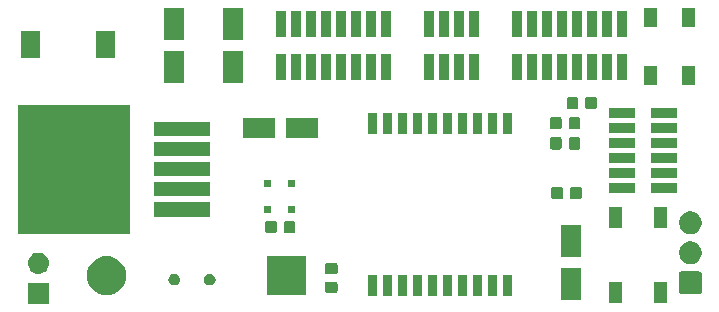
<source format=gbr>
G04 #@! TF.GenerationSoftware,KiCad,Pcbnew,5.1.0*
G04 #@! TF.CreationDate,2019-04-01T22:05:57-06:00*
G04 #@! TF.ProjectId,minisumo-FreeRTOS,6d696e69-7375-46d6-9f2d-467265655254,rev?*
G04 #@! TF.SameCoordinates,Original*
G04 #@! TF.FileFunction,Soldermask,Top*
G04 #@! TF.FilePolarity,Negative*
%FSLAX46Y46*%
G04 Gerber Fmt 4.6, Leading zero omitted, Abs format (unit mm)*
G04 Created by KiCad (PCBNEW 5.1.0) date 2019-04-01 22:05:57*
%MOMM*%
%LPD*%
G04 APERTURE LIST*
%ADD10C,0.100000*%
G04 APERTURE END LIST*
D10*
G36*
X112901000Y-110401000D02*
G01*
X111099000Y-110401000D01*
X111099000Y-108599000D01*
X112901000Y-108599000D01*
X112901000Y-110401000D01*
X112901000Y-110401000D01*
G37*
G36*
X165251000Y-110301000D02*
G01*
X164149000Y-110301000D01*
X164149000Y-108499000D01*
X165251000Y-108499000D01*
X165251000Y-110301000D01*
X165251000Y-110301000D01*
G37*
G36*
X161451000Y-110301000D02*
G01*
X160349000Y-110301000D01*
X160349000Y-108499000D01*
X161451000Y-108499000D01*
X161451000Y-110301000D01*
X161451000Y-110301000D01*
G37*
G36*
X157951000Y-110051000D02*
G01*
X156249000Y-110051000D01*
X156249000Y-107349000D01*
X157951000Y-107349000D01*
X157951000Y-110051000D01*
X157951000Y-110051000D01*
G37*
G36*
X149576000Y-109751000D02*
G01*
X148774000Y-109751000D01*
X148774000Y-107949000D01*
X149576000Y-107949000D01*
X149576000Y-109751000D01*
X149576000Y-109751000D01*
G37*
G36*
X150846000Y-109751000D02*
G01*
X150044000Y-109751000D01*
X150044000Y-107949000D01*
X150846000Y-107949000D01*
X150846000Y-109751000D01*
X150846000Y-109751000D01*
G37*
G36*
X148306000Y-109751000D02*
G01*
X147504000Y-109751000D01*
X147504000Y-107949000D01*
X148306000Y-107949000D01*
X148306000Y-109751000D01*
X148306000Y-109751000D01*
G37*
G36*
X147036000Y-109751000D02*
G01*
X146234000Y-109751000D01*
X146234000Y-107949000D01*
X147036000Y-107949000D01*
X147036000Y-109751000D01*
X147036000Y-109751000D01*
G37*
G36*
X145766000Y-109751000D02*
G01*
X144964000Y-109751000D01*
X144964000Y-107949000D01*
X145766000Y-107949000D01*
X145766000Y-109751000D01*
X145766000Y-109751000D01*
G37*
G36*
X144496000Y-109751000D02*
G01*
X143694000Y-109751000D01*
X143694000Y-107949000D01*
X144496000Y-107949000D01*
X144496000Y-109751000D01*
X144496000Y-109751000D01*
G37*
G36*
X143226000Y-109751000D02*
G01*
X142424000Y-109751000D01*
X142424000Y-107949000D01*
X143226000Y-107949000D01*
X143226000Y-109751000D01*
X143226000Y-109751000D01*
G37*
G36*
X141956000Y-109751000D02*
G01*
X141154000Y-109751000D01*
X141154000Y-107949000D01*
X141956000Y-107949000D01*
X141956000Y-109751000D01*
X141956000Y-109751000D01*
G37*
G36*
X140686000Y-109751000D02*
G01*
X139884000Y-109751000D01*
X139884000Y-107949000D01*
X140686000Y-107949000D01*
X140686000Y-109751000D01*
X140686000Y-109751000D01*
G37*
G36*
X152116000Y-109751000D02*
G01*
X151314000Y-109751000D01*
X151314000Y-107949000D01*
X152116000Y-107949000D01*
X152116000Y-109751000D01*
X152116000Y-109751000D01*
G37*
G36*
X134651000Y-109651000D02*
G01*
X131349000Y-109651000D01*
X131349000Y-106349000D01*
X134651000Y-106349000D01*
X134651000Y-109651000D01*
X134651000Y-109651000D01*
G37*
G36*
X118083651Y-106372888D02*
G01*
X118394870Y-106467296D01*
X118681680Y-106620599D01*
X118681683Y-106620601D01*
X118681684Y-106620602D01*
X118933082Y-106826918D01*
X119132909Y-107070409D01*
X119139401Y-107078320D01*
X119292704Y-107365130D01*
X119387112Y-107676349D01*
X119418988Y-108000000D01*
X119387112Y-108323651D01*
X119292704Y-108634870D01*
X119139401Y-108921680D01*
X119139399Y-108921683D01*
X119139398Y-108921684D01*
X118933082Y-109173082D01*
X118681684Y-109379398D01*
X118681680Y-109379401D01*
X118394870Y-109532704D01*
X118083651Y-109627112D01*
X117841107Y-109651000D01*
X117678893Y-109651000D01*
X117436349Y-109627112D01*
X117125130Y-109532704D01*
X116838320Y-109379401D01*
X116838316Y-109379398D01*
X116586918Y-109173082D01*
X116380602Y-108921684D01*
X116380601Y-108921683D01*
X116380599Y-108921680D01*
X116227296Y-108634870D01*
X116132888Y-108323651D01*
X116101012Y-108000000D01*
X116132888Y-107676349D01*
X116227296Y-107365130D01*
X116380599Y-107078320D01*
X116387091Y-107070409D01*
X116586918Y-106826918D01*
X116838316Y-106620602D01*
X116838317Y-106620601D01*
X116838320Y-106620599D01*
X117125130Y-106467296D01*
X117436349Y-106372888D01*
X117678893Y-106349000D01*
X117841107Y-106349000D01*
X118083651Y-106372888D01*
X118083651Y-106372888D01*
G37*
G36*
X168010723Y-107652939D02*
G01*
X168043280Y-107662815D01*
X168073276Y-107678848D01*
X168099572Y-107700428D01*
X168121152Y-107726724D01*
X168137185Y-107756720D01*
X168147061Y-107789277D01*
X168151000Y-107829269D01*
X168151000Y-109370731D01*
X168147061Y-109410723D01*
X168137185Y-109443280D01*
X168121152Y-109473276D01*
X168099572Y-109499572D01*
X168073276Y-109521152D01*
X168043280Y-109537185D01*
X168010723Y-109547061D01*
X167970731Y-109551000D01*
X166429269Y-109551000D01*
X166389277Y-109547061D01*
X166356720Y-109537185D01*
X166326724Y-109521152D01*
X166300428Y-109499572D01*
X166278848Y-109473276D01*
X166262815Y-109443280D01*
X166252939Y-109410723D01*
X166249000Y-109370731D01*
X166249000Y-107829269D01*
X166252939Y-107789277D01*
X166262815Y-107756720D01*
X166278848Y-107726724D01*
X166300428Y-107700428D01*
X166326724Y-107678848D01*
X166356720Y-107662815D01*
X166389277Y-107652939D01*
X166429269Y-107649000D01*
X167970731Y-107649000D01*
X168010723Y-107652939D01*
X168010723Y-107652939D01*
G37*
G36*
X137179591Y-108503085D02*
G01*
X137213569Y-108513393D01*
X137244890Y-108530134D01*
X137272339Y-108552661D01*
X137294866Y-108580110D01*
X137311607Y-108611431D01*
X137321915Y-108645409D01*
X137326000Y-108686890D01*
X137326000Y-109288110D01*
X137321915Y-109329591D01*
X137311607Y-109363569D01*
X137294866Y-109394890D01*
X137272339Y-109422339D01*
X137244890Y-109444866D01*
X137213569Y-109461607D01*
X137179591Y-109471915D01*
X137138110Y-109476000D01*
X136461890Y-109476000D01*
X136420409Y-109471915D01*
X136386431Y-109461607D01*
X136355110Y-109444866D01*
X136327661Y-109422339D01*
X136305134Y-109394890D01*
X136288393Y-109363569D01*
X136278085Y-109329591D01*
X136274000Y-109288110D01*
X136274000Y-108686890D01*
X136278085Y-108645409D01*
X136288393Y-108611431D01*
X136305134Y-108580110D01*
X136327661Y-108552661D01*
X136355110Y-108530134D01*
X136386431Y-108513393D01*
X136420409Y-108503085D01*
X136461890Y-108499000D01*
X137138110Y-108499000D01*
X137179591Y-108503085D01*
X137179591Y-108503085D01*
G37*
G36*
X126597740Y-107838626D02*
G01*
X126646136Y-107848253D01*
X126674099Y-107859836D01*
X126737311Y-107886019D01*
X126778062Y-107913248D01*
X126819369Y-107940848D01*
X126889152Y-108010631D01*
X126889153Y-108010633D01*
X126943981Y-108092689D01*
X126981747Y-108183865D01*
X127001000Y-108280655D01*
X127001000Y-108379345D01*
X126981747Y-108476135D01*
X126943981Y-108567311D01*
X126943980Y-108567312D01*
X126889152Y-108649369D01*
X126819369Y-108719152D01*
X126783303Y-108743250D01*
X126737311Y-108773981D01*
X126683902Y-108796104D01*
X126646136Y-108811747D01*
X126597740Y-108821373D01*
X126549345Y-108831000D01*
X126450655Y-108831000D01*
X126402260Y-108821373D01*
X126353864Y-108811747D01*
X126316098Y-108796104D01*
X126262689Y-108773981D01*
X126216697Y-108743250D01*
X126180631Y-108719152D01*
X126110848Y-108649369D01*
X126056020Y-108567312D01*
X126056019Y-108567311D01*
X126018253Y-108476135D01*
X125999000Y-108379345D01*
X125999000Y-108280655D01*
X126018253Y-108183865D01*
X126056019Y-108092689D01*
X126110847Y-108010633D01*
X126110848Y-108010631D01*
X126180631Y-107940848D01*
X126221938Y-107913248D01*
X126262689Y-107886019D01*
X126325901Y-107859836D01*
X126353864Y-107848253D01*
X126402260Y-107838626D01*
X126450655Y-107829000D01*
X126549345Y-107829000D01*
X126597740Y-107838626D01*
X126597740Y-107838626D01*
G37*
G36*
X123597740Y-107838626D02*
G01*
X123646136Y-107848253D01*
X123674099Y-107859836D01*
X123737311Y-107886019D01*
X123778062Y-107913248D01*
X123819369Y-107940848D01*
X123889152Y-108010631D01*
X123889153Y-108010633D01*
X123943981Y-108092689D01*
X123981747Y-108183865D01*
X124001000Y-108280655D01*
X124001000Y-108379345D01*
X123981747Y-108476135D01*
X123943981Y-108567311D01*
X123943980Y-108567312D01*
X123889152Y-108649369D01*
X123819369Y-108719152D01*
X123783303Y-108743250D01*
X123737311Y-108773981D01*
X123683902Y-108796104D01*
X123646136Y-108811747D01*
X123597740Y-108821373D01*
X123549345Y-108831000D01*
X123450655Y-108831000D01*
X123402260Y-108821373D01*
X123353864Y-108811747D01*
X123316098Y-108796104D01*
X123262689Y-108773981D01*
X123216697Y-108743250D01*
X123180631Y-108719152D01*
X123110848Y-108649369D01*
X123056020Y-108567312D01*
X123056019Y-108567311D01*
X123018253Y-108476135D01*
X122999000Y-108379345D01*
X122999000Y-108280655D01*
X123018253Y-108183865D01*
X123056019Y-108092689D01*
X123110847Y-108010633D01*
X123110848Y-108010631D01*
X123180631Y-107940848D01*
X123221938Y-107913248D01*
X123262689Y-107886019D01*
X123325901Y-107859836D01*
X123353864Y-107848253D01*
X123402260Y-107838626D01*
X123450655Y-107829000D01*
X123549345Y-107829000D01*
X123597740Y-107838626D01*
X123597740Y-107838626D01*
G37*
G36*
X137179591Y-106928085D02*
G01*
X137213569Y-106938393D01*
X137244890Y-106955134D01*
X137272339Y-106977661D01*
X137294866Y-107005110D01*
X137311607Y-107036431D01*
X137321915Y-107070409D01*
X137326000Y-107111890D01*
X137326000Y-107713110D01*
X137321915Y-107754591D01*
X137311607Y-107788569D01*
X137294866Y-107819890D01*
X137272339Y-107847339D01*
X137244890Y-107869866D01*
X137213569Y-107886607D01*
X137179591Y-107896915D01*
X137138110Y-107901000D01*
X136461890Y-107901000D01*
X136420409Y-107896915D01*
X136386431Y-107886607D01*
X136355110Y-107869866D01*
X136327661Y-107847339D01*
X136305134Y-107819890D01*
X136288393Y-107788569D01*
X136278085Y-107754591D01*
X136274000Y-107713110D01*
X136274000Y-107111890D01*
X136278085Y-107070409D01*
X136288393Y-107036431D01*
X136305134Y-107005110D01*
X136327661Y-106977661D01*
X136355110Y-106955134D01*
X136386431Y-106938393D01*
X136420409Y-106928085D01*
X136461890Y-106924000D01*
X137138110Y-106924000D01*
X137179591Y-106928085D01*
X137179591Y-106928085D01*
G37*
G36*
X112110443Y-106065519D02*
G01*
X112176627Y-106072037D01*
X112346466Y-106123557D01*
X112502991Y-106207222D01*
X112538729Y-106236552D01*
X112640186Y-106319814D01*
X112723448Y-106421271D01*
X112752778Y-106457009D01*
X112836443Y-106613534D01*
X112887963Y-106783373D01*
X112905359Y-106960000D01*
X112887963Y-107136627D01*
X112836443Y-107306466D01*
X112752778Y-107462991D01*
X112723448Y-107498729D01*
X112640186Y-107600186D01*
X112563871Y-107662815D01*
X112502991Y-107712778D01*
X112346466Y-107796443D01*
X112176627Y-107847963D01*
X112110443Y-107854481D01*
X112044260Y-107861000D01*
X111955740Y-107861000D01*
X111889557Y-107854481D01*
X111823373Y-107847963D01*
X111653534Y-107796443D01*
X111497009Y-107712778D01*
X111436129Y-107662815D01*
X111359814Y-107600186D01*
X111276552Y-107498729D01*
X111247222Y-107462991D01*
X111163557Y-107306466D01*
X111112037Y-107136627D01*
X111094641Y-106960000D01*
X111112037Y-106783373D01*
X111163557Y-106613534D01*
X111247222Y-106457009D01*
X111276552Y-106421271D01*
X111359814Y-106319814D01*
X111461271Y-106236552D01*
X111497009Y-106207222D01*
X111653534Y-106123557D01*
X111823373Y-106072037D01*
X111889557Y-106065519D01*
X111955740Y-106059000D01*
X112044260Y-106059000D01*
X112110443Y-106065519D01*
X112110443Y-106065519D01*
G37*
G36*
X167477395Y-105145546D02*
G01*
X167650466Y-105217234D01*
X167650467Y-105217235D01*
X167806227Y-105321310D01*
X167938690Y-105453773D01*
X167938691Y-105453775D01*
X168042766Y-105609534D01*
X168114454Y-105782605D01*
X168151000Y-105966333D01*
X168151000Y-106153667D01*
X168114454Y-106337395D01*
X168042766Y-106510466D01*
X168042765Y-106510467D01*
X167938690Y-106666227D01*
X167806227Y-106798690D01*
X167763979Y-106826919D01*
X167650466Y-106902766D01*
X167477395Y-106974454D01*
X167293667Y-107011000D01*
X167106333Y-107011000D01*
X166922605Y-106974454D01*
X166749534Y-106902766D01*
X166636021Y-106826919D01*
X166593773Y-106798690D01*
X166461310Y-106666227D01*
X166357235Y-106510467D01*
X166357234Y-106510466D01*
X166285546Y-106337395D01*
X166249000Y-106153667D01*
X166249000Y-105966333D01*
X166285546Y-105782605D01*
X166357234Y-105609534D01*
X166461309Y-105453775D01*
X166461310Y-105453773D01*
X166593773Y-105321310D01*
X166749533Y-105217235D01*
X166749534Y-105217234D01*
X166922605Y-105145546D01*
X167106333Y-105109000D01*
X167293667Y-105109000D01*
X167477395Y-105145546D01*
X167477395Y-105145546D01*
G37*
G36*
X157951000Y-106451000D02*
G01*
X156249000Y-106451000D01*
X156249000Y-103749000D01*
X157951000Y-103749000D01*
X157951000Y-106451000D01*
X157951000Y-106451000D01*
G37*
G36*
X167477395Y-102605546D02*
G01*
X167650466Y-102677234D01*
X167650467Y-102677235D01*
X167806227Y-102781310D01*
X167938690Y-102913773D01*
X167938691Y-102913775D01*
X168042766Y-103069534D01*
X168114454Y-103242605D01*
X168151000Y-103426333D01*
X168151000Y-103613667D01*
X168114454Y-103797395D01*
X168042766Y-103970466D01*
X168042765Y-103970467D01*
X167938690Y-104126227D01*
X167806227Y-104258690D01*
X167781488Y-104275220D01*
X167650466Y-104362766D01*
X167477395Y-104434454D01*
X167293667Y-104471000D01*
X167106333Y-104471000D01*
X166922605Y-104434454D01*
X166749534Y-104362766D01*
X166618512Y-104275220D01*
X166593773Y-104258690D01*
X166461310Y-104126227D01*
X166357235Y-103970467D01*
X166357234Y-103970466D01*
X166285546Y-103797395D01*
X166249000Y-103613667D01*
X166249000Y-103426333D01*
X166285546Y-103242605D01*
X166357234Y-103069534D01*
X166461309Y-102913775D01*
X166461310Y-102913773D01*
X166593773Y-102781310D01*
X166749533Y-102677235D01*
X166749534Y-102677234D01*
X166922605Y-102605546D01*
X167106333Y-102569000D01*
X167293667Y-102569000D01*
X167477395Y-102605546D01*
X167477395Y-102605546D01*
G37*
G36*
X119751000Y-104451000D02*
G01*
X110249000Y-104451000D01*
X110249000Y-93549000D01*
X119751000Y-93549000D01*
X119751000Y-104451000D01*
X119751000Y-104451000D01*
G37*
G36*
X133617091Y-103378085D02*
G01*
X133651069Y-103388393D01*
X133682390Y-103405134D01*
X133709839Y-103427661D01*
X133732366Y-103455110D01*
X133749107Y-103486431D01*
X133759415Y-103520409D01*
X133763500Y-103561890D01*
X133763500Y-104238110D01*
X133759415Y-104279591D01*
X133749107Y-104313569D01*
X133732366Y-104344890D01*
X133709839Y-104372339D01*
X133682390Y-104394866D01*
X133651069Y-104411607D01*
X133617091Y-104421915D01*
X133575610Y-104426000D01*
X132974390Y-104426000D01*
X132932909Y-104421915D01*
X132898931Y-104411607D01*
X132867610Y-104394866D01*
X132840161Y-104372339D01*
X132817634Y-104344890D01*
X132800893Y-104313569D01*
X132790585Y-104279591D01*
X132786500Y-104238110D01*
X132786500Y-103561890D01*
X132790585Y-103520409D01*
X132800893Y-103486431D01*
X132817634Y-103455110D01*
X132840161Y-103427661D01*
X132867610Y-103405134D01*
X132898931Y-103388393D01*
X132932909Y-103378085D01*
X132974390Y-103374000D01*
X133575610Y-103374000D01*
X133617091Y-103378085D01*
X133617091Y-103378085D01*
G37*
G36*
X132042091Y-103378085D02*
G01*
X132076069Y-103388393D01*
X132107390Y-103405134D01*
X132134839Y-103427661D01*
X132157366Y-103455110D01*
X132174107Y-103486431D01*
X132184415Y-103520409D01*
X132188500Y-103561890D01*
X132188500Y-104238110D01*
X132184415Y-104279591D01*
X132174107Y-104313569D01*
X132157366Y-104344890D01*
X132134839Y-104372339D01*
X132107390Y-104394866D01*
X132076069Y-104411607D01*
X132042091Y-104421915D01*
X132000610Y-104426000D01*
X131399390Y-104426000D01*
X131357909Y-104421915D01*
X131323931Y-104411607D01*
X131292610Y-104394866D01*
X131265161Y-104372339D01*
X131242634Y-104344890D01*
X131225893Y-104313569D01*
X131215585Y-104279591D01*
X131211500Y-104238110D01*
X131211500Y-103561890D01*
X131215585Y-103520409D01*
X131225893Y-103486431D01*
X131242634Y-103455110D01*
X131265161Y-103427661D01*
X131292610Y-103405134D01*
X131323931Y-103388393D01*
X131357909Y-103378085D01*
X131399390Y-103374000D01*
X132000610Y-103374000D01*
X132042091Y-103378085D01*
X132042091Y-103378085D01*
G37*
G36*
X165251000Y-104001000D02*
G01*
X164149000Y-104001000D01*
X164149000Y-102199000D01*
X165251000Y-102199000D01*
X165251000Y-104001000D01*
X165251000Y-104001000D01*
G37*
G36*
X161451000Y-104001000D02*
G01*
X160349000Y-104001000D01*
X160349000Y-102199000D01*
X161451000Y-102199000D01*
X161451000Y-104001000D01*
X161451000Y-104001000D01*
G37*
G36*
X126501000Y-103001000D02*
G01*
X121799000Y-103001000D01*
X121799000Y-101799000D01*
X126501000Y-101799000D01*
X126501000Y-103001000D01*
X126501000Y-103001000D01*
G37*
G36*
X133701000Y-102701000D02*
G01*
X133099000Y-102701000D01*
X133099000Y-102099000D01*
X133701000Y-102099000D01*
X133701000Y-102701000D01*
X133701000Y-102701000D01*
G37*
G36*
X131701000Y-102701000D02*
G01*
X131099000Y-102701000D01*
X131099000Y-102099000D01*
X131701000Y-102099000D01*
X131701000Y-102701000D01*
X131701000Y-102701000D01*
G37*
G36*
X156267091Y-100478085D02*
G01*
X156301069Y-100488393D01*
X156332390Y-100505134D01*
X156359839Y-100527661D01*
X156382366Y-100555110D01*
X156399107Y-100586431D01*
X156409415Y-100620409D01*
X156413500Y-100661890D01*
X156413500Y-101338110D01*
X156409415Y-101379591D01*
X156399107Y-101413569D01*
X156382366Y-101444890D01*
X156359839Y-101472339D01*
X156332390Y-101494866D01*
X156301069Y-101511607D01*
X156267091Y-101521915D01*
X156225610Y-101526000D01*
X155624390Y-101526000D01*
X155582909Y-101521915D01*
X155548931Y-101511607D01*
X155517610Y-101494866D01*
X155490161Y-101472339D01*
X155467634Y-101444890D01*
X155450893Y-101413569D01*
X155440585Y-101379591D01*
X155436500Y-101338110D01*
X155436500Y-100661890D01*
X155440585Y-100620409D01*
X155450893Y-100586431D01*
X155467634Y-100555110D01*
X155490161Y-100527661D01*
X155517610Y-100505134D01*
X155548931Y-100488393D01*
X155582909Y-100478085D01*
X155624390Y-100474000D01*
X156225610Y-100474000D01*
X156267091Y-100478085D01*
X156267091Y-100478085D01*
G37*
G36*
X157842091Y-100478085D02*
G01*
X157876069Y-100488393D01*
X157907390Y-100505134D01*
X157934839Y-100527661D01*
X157957366Y-100555110D01*
X157974107Y-100586431D01*
X157984415Y-100620409D01*
X157988500Y-100661890D01*
X157988500Y-101338110D01*
X157984415Y-101379591D01*
X157974107Y-101413569D01*
X157957366Y-101444890D01*
X157934839Y-101472339D01*
X157907390Y-101494866D01*
X157876069Y-101511607D01*
X157842091Y-101521915D01*
X157800610Y-101526000D01*
X157199390Y-101526000D01*
X157157909Y-101521915D01*
X157123931Y-101511607D01*
X157092610Y-101494866D01*
X157065161Y-101472339D01*
X157042634Y-101444890D01*
X157025893Y-101413569D01*
X157015585Y-101379591D01*
X157011500Y-101338110D01*
X157011500Y-100661890D01*
X157015585Y-100620409D01*
X157025893Y-100586431D01*
X157042634Y-100555110D01*
X157065161Y-100527661D01*
X157092610Y-100505134D01*
X157123931Y-100488393D01*
X157157909Y-100478085D01*
X157199390Y-100474000D01*
X157800610Y-100474000D01*
X157842091Y-100478085D01*
X157842091Y-100478085D01*
G37*
G36*
X126501000Y-101301000D02*
G01*
X121799000Y-101301000D01*
X121799000Y-100099000D01*
X126501000Y-100099000D01*
X126501000Y-101301000D01*
X126501000Y-101301000D01*
G37*
G36*
X162501000Y-101001000D02*
G01*
X160299000Y-101001000D01*
X160299000Y-100149000D01*
X162501000Y-100149000D01*
X162501000Y-101001000D01*
X162501000Y-101001000D01*
G37*
G36*
X166101000Y-101001000D02*
G01*
X163899000Y-101001000D01*
X163899000Y-100149000D01*
X166101000Y-100149000D01*
X166101000Y-101001000D01*
X166101000Y-101001000D01*
G37*
G36*
X131701000Y-100501000D02*
G01*
X131099000Y-100501000D01*
X131099000Y-99899000D01*
X131701000Y-99899000D01*
X131701000Y-100501000D01*
X131701000Y-100501000D01*
G37*
G36*
X133701000Y-100501000D02*
G01*
X133099000Y-100501000D01*
X133099000Y-99899000D01*
X133701000Y-99899000D01*
X133701000Y-100501000D01*
X133701000Y-100501000D01*
G37*
G36*
X162501000Y-99731000D02*
G01*
X160299000Y-99731000D01*
X160299000Y-98879000D01*
X162501000Y-98879000D01*
X162501000Y-99731000D01*
X162501000Y-99731000D01*
G37*
G36*
X166101000Y-99731000D02*
G01*
X163899000Y-99731000D01*
X163899000Y-98879000D01*
X166101000Y-98879000D01*
X166101000Y-99731000D01*
X166101000Y-99731000D01*
G37*
G36*
X126501000Y-99601000D02*
G01*
X121799000Y-99601000D01*
X121799000Y-98399000D01*
X126501000Y-98399000D01*
X126501000Y-99601000D01*
X126501000Y-99601000D01*
G37*
G36*
X166101000Y-98461000D02*
G01*
X163899000Y-98461000D01*
X163899000Y-97609000D01*
X166101000Y-97609000D01*
X166101000Y-98461000D01*
X166101000Y-98461000D01*
G37*
G36*
X162501000Y-98461000D02*
G01*
X160299000Y-98461000D01*
X160299000Y-97609000D01*
X162501000Y-97609000D01*
X162501000Y-98461000D01*
X162501000Y-98461000D01*
G37*
G36*
X126501000Y-97901000D02*
G01*
X121799000Y-97901000D01*
X121799000Y-96699000D01*
X126501000Y-96699000D01*
X126501000Y-97901000D01*
X126501000Y-97901000D01*
G37*
G36*
X157729591Y-96278085D02*
G01*
X157763569Y-96288393D01*
X157794890Y-96305134D01*
X157822339Y-96327661D01*
X157844866Y-96355110D01*
X157861607Y-96386431D01*
X157871915Y-96420409D01*
X157876000Y-96461890D01*
X157876000Y-97138110D01*
X157871915Y-97179591D01*
X157861607Y-97213569D01*
X157844866Y-97244890D01*
X157822339Y-97272339D01*
X157794890Y-97294866D01*
X157763569Y-97311607D01*
X157729591Y-97321915D01*
X157688110Y-97326000D01*
X157086890Y-97326000D01*
X157045409Y-97321915D01*
X157011431Y-97311607D01*
X156980110Y-97294866D01*
X156952661Y-97272339D01*
X156930134Y-97244890D01*
X156913393Y-97213569D01*
X156903085Y-97179591D01*
X156899000Y-97138110D01*
X156899000Y-96461890D01*
X156903085Y-96420409D01*
X156913393Y-96386431D01*
X156930134Y-96355110D01*
X156952661Y-96327661D01*
X156980110Y-96305134D01*
X157011431Y-96288393D01*
X157045409Y-96278085D01*
X157086890Y-96274000D01*
X157688110Y-96274000D01*
X157729591Y-96278085D01*
X157729591Y-96278085D01*
G37*
G36*
X156154591Y-96278085D02*
G01*
X156188569Y-96288393D01*
X156219890Y-96305134D01*
X156247339Y-96327661D01*
X156269866Y-96355110D01*
X156286607Y-96386431D01*
X156296915Y-96420409D01*
X156301000Y-96461890D01*
X156301000Y-97138110D01*
X156296915Y-97179591D01*
X156286607Y-97213569D01*
X156269866Y-97244890D01*
X156247339Y-97272339D01*
X156219890Y-97294866D01*
X156188569Y-97311607D01*
X156154591Y-97321915D01*
X156113110Y-97326000D01*
X155511890Y-97326000D01*
X155470409Y-97321915D01*
X155436431Y-97311607D01*
X155405110Y-97294866D01*
X155377661Y-97272339D01*
X155355134Y-97244890D01*
X155338393Y-97213569D01*
X155328085Y-97179591D01*
X155324000Y-97138110D01*
X155324000Y-96461890D01*
X155328085Y-96420409D01*
X155338393Y-96386431D01*
X155355134Y-96355110D01*
X155377661Y-96327661D01*
X155405110Y-96305134D01*
X155436431Y-96288393D01*
X155470409Y-96278085D01*
X155511890Y-96274000D01*
X156113110Y-96274000D01*
X156154591Y-96278085D01*
X156154591Y-96278085D01*
G37*
G36*
X162501000Y-97191000D02*
G01*
X160299000Y-97191000D01*
X160299000Y-96339000D01*
X162501000Y-96339000D01*
X162501000Y-97191000D01*
X162501000Y-97191000D01*
G37*
G36*
X166101000Y-97191000D02*
G01*
X163899000Y-97191000D01*
X163899000Y-96339000D01*
X166101000Y-96339000D01*
X166101000Y-97191000D01*
X166101000Y-97191000D01*
G37*
G36*
X132051000Y-96351000D02*
G01*
X129349000Y-96351000D01*
X129349000Y-94649000D01*
X132051000Y-94649000D01*
X132051000Y-96351000D01*
X132051000Y-96351000D01*
G37*
G36*
X135651000Y-96351000D02*
G01*
X132949000Y-96351000D01*
X132949000Y-94649000D01*
X135651000Y-94649000D01*
X135651000Y-96351000D01*
X135651000Y-96351000D01*
G37*
G36*
X126501000Y-96201000D02*
G01*
X121799000Y-96201000D01*
X121799000Y-94999000D01*
X126501000Y-94999000D01*
X126501000Y-96201000D01*
X126501000Y-96201000D01*
G37*
G36*
X152116000Y-96051000D02*
G01*
X151314000Y-96051000D01*
X151314000Y-94249000D01*
X152116000Y-94249000D01*
X152116000Y-96051000D01*
X152116000Y-96051000D01*
G37*
G36*
X148306000Y-96051000D02*
G01*
X147504000Y-96051000D01*
X147504000Y-94249000D01*
X148306000Y-94249000D01*
X148306000Y-96051000D01*
X148306000Y-96051000D01*
G37*
G36*
X147036000Y-96051000D02*
G01*
X146234000Y-96051000D01*
X146234000Y-94249000D01*
X147036000Y-94249000D01*
X147036000Y-96051000D01*
X147036000Y-96051000D01*
G37*
G36*
X145766000Y-96051000D02*
G01*
X144964000Y-96051000D01*
X144964000Y-94249000D01*
X145766000Y-94249000D01*
X145766000Y-96051000D01*
X145766000Y-96051000D01*
G37*
G36*
X144496000Y-96051000D02*
G01*
X143694000Y-96051000D01*
X143694000Y-94249000D01*
X144496000Y-94249000D01*
X144496000Y-96051000D01*
X144496000Y-96051000D01*
G37*
G36*
X141956000Y-96051000D02*
G01*
X141154000Y-96051000D01*
X141154000Y-94249000D01*
X141956000Y-94249000D01*
X141956000Y-96051000D01*
X141956000Y-96051000D01*
G37*
G36*
X140686000Y-96051000D02*
G01*
X139884000Y-96051000D01*
X139884000Y-94249000D01*
X140686000Y-94249000D01*
X140686000Y-96051000D01*
X140686000Y-96051000D01*
G37*
G36*
X149576000Y-96051000D02*
G01*
X148774000Y-96051000D01*
X148774000Y-94249000D01*
X149576000Y-94249000D01*
X149576000Y-96051000D01*
X149576000Y-96051000D01*
G37*
G36*
X150846000Y-96051000D02*
G01*
X150044000Y-96051000D01*
X150044000Y-94249000D01*
X150846000Y-94249000D01*
X150846000Y-96051000D01*
X150846000Y-96051000D01*
G37*
G36*
X143226000Y-96051000D02*
G01*
X142424000Y-96051000D01*
X142424000Y-94249000D01*
X143226000Y-94249000D01*
X143226000Y-96051000D01*
X143226000Y-96051000D01*
G37*
G36*
X162501000Y-95921000D02*
G01*
X160299000Y-95921000D01*
X160299000Y-95069000D01*
X162501000Y-95069000D01*
X162501000Y-95921000D01*
X162501000Y-95921000D01*
G37*
G36*
X166101000Y-95921000D02*
G01*
X163899000Y-95921000D01*
X163899000Y-95069000D01*
X166101000Y-95069000D01*
X166101000Y-95921000D01*
X166101000Y-95921000D01*
G37*
G36*
X157729591Y-94578085D02*
G01*
X157763569Y-94588393D01*
X157794890Y-94605134D01*
X157822339Y-94627661D01*
X157844866Y-94655110D01*
X157861607Y-94686431D01*
X157871915Y-94720409D01*
X157876000Y-94761890D01*
X157876000Y-95438110D01*
X157871915Y-95479591D01*
X157861607Y-95513569D01*
X157844866Y-95544890D01*
X157822339Y-95572339D01*
X157794890Y-95594866D01*
X157763569Y-95611607D01*
X157729591Y-95621915D01*
X157688110Y-95626000D01*
X157086890Y-95626000D01*
X157045409Y-95621915D01*
X157011431Y-95611607D01*
X156980110Y-95594866D01*
X156952661Y-95572339D01*
X156930134Y-95544890D01*
X156913393Y-95513569D01*
X156903085Y-95479591D01*
X156899000Y-95438110D01*
X156899000Y-94761890D01*
X156903085Y-94720409D01*
X156913393Y-94686431D01*
X156930134Y-94655110D01*
X156952661Y-94627661D01*
X156980110Y-94605134D01*
X157011431Y-94588393D01*
X157045409Y-94578085D01*
X157086890Y-94574000D01*
X157688110Y-94574000D01*
X157729591Y-94578085D01*
X157729591Y-94578085D01*
G37*
G36*
X156154591Y-94578085D02*
G01*
X156188569Y-94588393D01*
X156219890Y-94605134D01*
X156247339Y-94627661D01*
X156269866Y-94655110D01*
X156286607Y-94686431D01*
X156296915Y-94720409D01*
X156301000Y-94761890D01*
X156301000Y-95438110D01*
X156296915Y-95479591D01*
X156286607Y-95513569D01*
X156269866Y-95544890D01*
X156247339Y-95572339D01*
X156219890Y-95594866D01*
X156188569Y-95611607D01*
X156154591Y-95621915D01*
X156113110Y-95626000D01*
X155511890Y-95626000D01*
X155470409Y-95621915D01*
X155436431Y-95611607D01*
X155405110Y-95594866D01*
X155377661Y-95572339D01*
X155355134Y-95544890D01*
X155338393Y-95513569D01*
X155328085Y-95479591D01*
X155324000Y-95438110D01*
X155324000Y-94761890D01*
X155328085Y-94720409D01*
X155338393Y-94686431D01*
X155355134Y-94655110D01*
X155377661Y-94627661D01*
X155405110Y-94605134D01*
X155436431Y-94588393D01*
X155470409Y-94578085D01*
X155511890Y-94574000D01*
X156113110Y-94574000D01*
X156154591Y-94578085D01*
X156154591Y-94578085D01*
G37*
G36*
X162501000Y-94651000D02*
G01*
X160299000Y-94651000D01*
X160299000Y-93799000D01*
X162501000Y-93799000D01*
X162501000Y-94651000D01*
X162501000Y-94651000D01*
G37*
G36*
X166101000Y-94651000D02*
G01*
X163899000Y-94651000D01*
X163899000Y-93799000D01*
X166101000Y-93799000D01*
X166101000Y-94651000D01*
X166101000Y-94651000D01*
G37*
G36*
X159129591Y-92878085D02*
G01*
X159163569Y-92888393D01*
X159194890Y-92905134D01*
X159222339Y-92927661D01*
X159244866Y-92955110D01*
X159261607Y-92986431D01*
X159271915Y-93020409D01*
X159276000Y-93061890D01*
X159276000Y-93738110D01*
X159271915Y-93779591D01*
X159261607Y-93813569D01*
X159244866Y-93844890D01*
X159222339Y-93872339D01*
X159194890Y-93894866D01*
X159163569Y-93911607D01*
X159129591Y-93921915D01*
X159088110Y-93926000D01*
X158486890Y-93926000D01*
X158445409Y-93921915D01*
X158411431Y-93911607D01*
X158380110Y-93894866D01*
X158352661Y-93872339D01*
X158330134Y-93844890D01*
X158313393Y-93813569D01*
X158303085Y-93779591D01*
X158299000Y-93738110D01*
X158299000Y-93061890D01*
X158303085Y-93020409D01*
X158313393Y-92986431D01*
X158330134Y-92955110D01*
X158352661Y-92927661D01*
X158380110Y-92905134D01*
X158411431Y-92888393D01*
X158445409Y-92878085D01*
X158486890Y-92874000D01*
X159088110Y-92874000D01*
X159129591Y-92878085D01*
X159129591Y-92878085D01*
G37*
G36*
X157554591Y-92878085D02*
G01*
X157588569Y-92888393D01*
X157619890Y-92905134D01*
X157647339Y-92927661D01*
X157669866Y-92955110D01*
X157686607Y-92986431D01*
X157696915Y-93020409D01*
X157701000Y-93061890D01*
X157701000Y-93738110D01*
X157696915Y-93779591D01*
X157686607Y-93813569D01*
X157669866Y-93844890D01*
X157647339Y-93872339D01*
X157619890Y-93894866D01*
X157588569Y-93911607D01*
X157554591Y-93921915D01*
X157513110Y-93926000D01*
X156911890Y-93926000D01*
X156870409Y-93921915D01*
X156836431Y-93911607D01*
X156805110Y-93894866D01*
X156777661Y-93872339D01*
X156755134Y-93844890D01*
X156738393Y-93813569D01*
X156728085Y-93779591D01*
X156724000Y-93738110D01*
X156724000Y-93061890D01*
X156728085Y-93020409D01*
X156738393Y-92986431D01*
X156755134Y-92955110D01*
X156777661Y-92927661D01*
X156805110Y-92905134D01*
X156836431Y-92888393D01*
X156870409Y-92878085D01*
X156911890Y-92874000D01*
X157513110Y-92874000D01*
X157554591Y-92878085D01*
X157554591Y-92878085D01*
G37*
G36*
X167551000Y-91851000D02*
G01*
X166449000Y-91851000D01*
X166449000Y-90249000D01*
X167551000Y-90249000D01*
X167551000Y-91851000D01*
X167551000Y-91851000D01*
G37*
G36*
X164351000Y-91851000D02*
G01*
X163249000Y-91851000D01*
X163249000Y-90249000D01*
X164351000Y-90249000D01*
X164351000Y-91851000D01*
X164351000Y-91851000D01*
G37*
G36*
X124351000Y-91651000D02*
G01*
X122649000Y-91651000D01*
X122649000Y-88949000D01*
X124351000Y-88949000D01*
X124351000Y-91651000D01*
X124351000Y-91651000D01*
G37*
G36*
X129351000Y-91651000D02*
G01*
X127649000Y-91651000D01*
X127649000Y-88949000D01*
X129351000Y-88949000D01*
X129351000Y-91651000D01*
X129351000Y-91651000D01*
G37*
G36*
X156791000Y-91401000D02*
G01*
X155939000Y-91401000D01*
X155939000Y-89199000D01*
X156791000Y-89199000D01*
X156791000Y-91401000D01*
X156791000Y-91401000D01*
G37*
G36*
X154251000Y-91401000D02*
G01*
X153399000Y-91401000D01*
X153399000Y-89199000D01*
X154251000Y-89199000D01*
X154251000Y-91401000D01*
X154251000Y-91401000D01*
G37*
G36*
X152981000Y-91401000D02*
G01*
X152129000Y-91401000D01*
X152129000Y-89199000D01*
X152981000Y-89199000D01*
X152981000Y-91401000D01*
X152981000Y-91401000D01*
G37*
G36*
X134251000Y-91401000D02*
G01*
X133399000Y-91401000D01*
X133399000Y-89199000D01*
X134251000Y-89199000D01*
X134251000Y-91401000D01*
X134251000Y-91401000D01*
G37*
G36*
X155521000Y-91401000D02*
G01*
X154669000Y-91401000D01*
X154669000Y-89199000D01*
X155521000Y-89199000D01*
X155521000Y-91401000D01*
X155521000Y-91401000D01*
G37*
G36*
X161871000Y-91401000D02*
G01*
X161019000Y-91401000D01*
X161019000Y-89199000D01*
X161871000Y-89199000D01*
X161871000Y-91401000D01*
X161871000Y-91401000D01*
G37*
G36*
X160601000Y-91401000D02*
G01*
X159749000Y-91401000D01*
X159749000Y-89199000D01*
X160601000Y-89199000D01*
X160601000Y-91401000D01*
X160601000Y-91401000D01*
G37*
G36*
X159331000Y-91401000D02*
G01*
X158479000Y-91401000D01*
X158479000Y-89199000D01*
X159331000Y-89199000D01*
X159331000Y-91401000D01*
X159331000Y-91401000D01*
G37*
G36*
X141871000Y-91401000D02*
G01*
X141019000Y-91401000D01*
X141019000Y-89199000D01*
X141871000Y-89199000D01*
X141871000Y-91401000D01*
X141871000Y-91401000D01*
G37*
G36*
X145521000Y-91401000D02*
G01*
X144669000Y-91401000D01*
X144669000Y-89199000D01*
X145521000Y-89199000D01*
X145521000Y-91401000D01*
X145521000Y-91401000D01*
G37*
G36*
X146791000Y-91401000D02*
G01*
X145939000Y-91401000D01*
X145939000Y-89199000D01*
X146791000Y-89199000D01*
X146791000Y-91401000D01*
X146791000Y-91401000D01*
G37*
G36*
X139331000Y-91401000D02*
G01*
X138479000Y-91401000D01*
X138479000Y-89199000D01*
X139331000Y-89199000D01*
X139331000Y-91401000D01*
X139331000Y-91401000D01*
G37*
G36*
X158061000Y-91401000D02*
G01*
X157209000Y-91401000D01*
X157209000Y-89199000D01*
X158061000Y-89199000D01*
X158061000Y-91401000D01*
X158061000Y-91401000D01*
G37*
G36*
X148061000Y-91401000D02*
G01*
X147209000Y-91401000D01*
X147209000Y-89199000D01*
X148061000Y-89199000D01*
X148061000Y-91401000D01*
X148061000Y-91401000D01*
G37*
G36*
X138061000Y-91401000D02*
G01*
X137209000Y-91401000D01*
X137209000Y-89199000D01*
X138061000Y-89199000D01*
X138061000Y-91401000D01*
X138061000Y-91401000D01*
G37*
G36*
X149331000Y-91401000D02*
G01*
X148479000Y-91401000D01*
X148479000Y-89199000D01*
X149331000Y-89199000D01*
X149331000Y-91401000D01*
X149331000Y-91401000D01*
G37*
G36*
X136791000Y-91401000D02*
G01*
X135939000Y-91401000D01*
X135939000Y-89199000D01*
X136791000Y-89199000D01*
X136791000Y-91401000D01*
X136791000Y-91401000D01*
G37*
G36*
X135521000Y-91401000D02*
G01*
X134669000Y-91401000D01*
X134669000Y-89199000D01*
X135521000Y-89199000D01*
X135521000Y-91401000D01*
X135521000Y-91401000D01*
G37*
G36*
X132981000Y-91401000D02*
G01*
X132129000Y-91401000D01*
X132129000Y-89199000D01*
X132981000Y-89199000D01*
X132981000Y-91401000D01*
X132981000Y-91401000D01*
G37*
G36*
X140601000Y-91401000D02*
G01*
X139749000Y-91401000D01*
X139749000Y-89199000D01*
X140601000Y-89199000D01*
X140601000Y-91401000D01*
X140601000Y-91401000D01*
G37*
G36*
X118501000Y-89551000D02*
G01*
X116899000Y-89551000D01*
X116899000Y-87249000D01*
X118501000Y-87249000D01*
X118501000Y-89551000D01*
X118501000Y-89551000D01*
G37*
G36*
X112101000Y-89551000D02*
G01*
X110499000Y-89551000D01*
X110499000Y-87249000D01*
X112101000Y-87249000D01*
X112101000Y-89551000D01*
X112101000Y-89551000D01*
G37*
G36*
X129351000Y-88051000D02*
G01*
X127649000Y-88051000D01*
X127649000Y-85349000D01*
X129351000Y-85349000D01*
X129351000Y-88051000D01*
X129351000Y-88051000D01*
G37*
G36*
X124351000Y-88051000D02*
G01*
X122649000Y-88051000D01*
X122649000Y-85349000D01*
X124351000Y-85349000D01*
X124351000Y-88051000D01*
X124351000Y-88051000D01*
G37*
G36*
X132981000Y-87801000D02*
G01*
X132129000Y-87801000D01*
X132129000Y-85599000D01*
X132981000Y-85599000D01*
X132981000Y-87801000D01*
X132981000Y-87801000D01*
G37*
G36*
X134251000Y-87801000D02*
G01*
X133399000Y-87801000D01*
X133399000Y-85599000D01*
X134251000Y-85599000D01*
X134251000Y-87801000D01*
X134251000Y-87801000D01*
G37*
G36*
X135521000Y-87801000D02*
G01*
X134669000Y-87801000D01*
X134669000Y-85599000D01*
X135521000Y-85599000D01*
X135521000Y-87801000D01*
X135521000Y-87801000D01*
G37*
G36*
X136791000Y-87801000D02*
G01*
X135939000Y-87801000D01*
X135939000Y-85599000D01*
X136791000Y-85599000D01*
X136791000Y-87801000D01*
X136791000Y-87801000D01*
G37*
G36*
X152981000Y-87801000D02*
G01*
X152129000Y-87801000D01*
X152129000Y-85599000D01*
X152981000Y-85599000D01*
X152981000Y-87801000D01*
X152981000Y-87801000D01*
G37*
G36*
X138061000Y-87801000D02*
G01*
X137209000Y-87801000D01*
X137209000Y-85599000D01*
X138061000Y-85599000D01*
X138061000Y-87801000D01*
X138061000Y-87801000D01*
G37*
G36*
X139331000Y-87801000D02*
G01*
X138479000Y-87801000D01*
X138479000Y-85599000D01*
X139331000Y-85599000D01*
X139331000Y-87801000D01*
X139331000Y-87801000D01*
G37*
G36*
X140601000Y-87801000D02*
G01*
X139749000Y-87801000D01*
X139749000Y-85599000D01*
X140601000Y-85599000D01*
X140601000Y-87801000D01*
X140601000Y-87801000D01*
G37*
G36*
X146791000Y-87801000D02*
G01*
X145939000Y-87801000D01*
X145939000Y-85599000D01*
X146791000Y-85599000D01*
X146791000Y-87801000D01*
X146791000Y-87801000D01*
G37*
G36*
X141871000Y-87801000D02*
G01*
X141019000Y-87801000D01*
X141019000Y-85599000D01*
X141871000Y-85599000D01*
X141871000Y-87801000D01*
X141871000Y-87801000D01*
G37*
G36*
X161871000Y-87801000D02*
G01*
X161019000Y-87801000D01*
X161019000Y-85599000D01*
X161871000Y-85599000D01*
X161871000Y-87801000D01*
X161871000Y-87801000D01*
G37*
G36*
X160601000Y-87801000D02*
G01*
X159749000Y-87801000D01*
X159749000Y-85599000D01*
X160601000Y-85599000D01*
X160601000Y-87801000D01*
X160601000Y-87801000D01*
G37*
G36*
X159331000Y-87801000D02*
G01*
X158479000Y-87801000D01*
X158479000Y-85599000D01*
X159331000Y-85599000D01*
X159331000Y-87801000D01*
X159331000Y-87801000D01*
G37*
G36*
X158061000Y-87801000D02*
G01*
X157209000Y-87801000D01*
X157209000Y-85599000D01*
X158061000Y-85599000D01*
X158061000Y-87801000D01*
X158061000Y-87801000D01*
G37*
G36*
X145521000Y-87801000D02*
G01*
X144669000Y-87801000D01*
X144669000Y-85599000D01*
X145521000Y-85599000D01*
X145521000Y-87801000D01*
X145521000Y-87801000D01*
G37*
G36*
X149331000Y-87801000D02*
G01*
X148479000Y-87801000D01*
X148479000Y-85599000D01*
X149331000Y-85599000D01*
X149331000Y-87801000D01*
X149331000Y-87801000D01*
G37*
G36*
X154251000Y-87801000D02*
G01*
X153399000Y-87801000D01*
X153399000Y-85599000D01*
X154251000Y-85599000D01*
X154251000Y-87801000D01*
X154251000Y-87801000D01*
G37*
G36*
X155521000Y-87801000D02*
G01*
X154669000Y-87801000D01*
X154669000Y-85599000D01*
X155521000Y-85599000D01*
X155521000Y-87801000D01*
X155521000Y-87801000D01*
G37*
G36*
X148061000Y-87801000D02*
G01*
X147209000Y-87801000D01*
X147209000Y-85599000D01*
X148061000Y-85599000D01*
X148061000Y-87801000D01*
X148061000Y-87801000D01*
G37*
G36*
X156791000Y-87801000D02*
G01*
X155939000Y-87801000D01*
X155939000Y-85599000D01*
X156791000Y-85599000D01*
X156791000Y-87801000D01*
X156791000Y-87801000D01*
G37*
G36*
X164351000Y-86951000D02*
G01*
X163249000Y-86951000D01*
X163249000Y-85349000D01*
X164351000Y-85349000D01*
X164351000Y-86951000D01*
X164351000Y-86951000D01*
G37*
G36*
X167551000Y-86951000D02*
G01*
X166449000Y-86951000D01*
X166449000Y-85349000D01*
X167551000Y-85349000D01*
X167551000Y-86951000D01*
X167551000Y-86951000D01*
G37*
M02*

</source>
